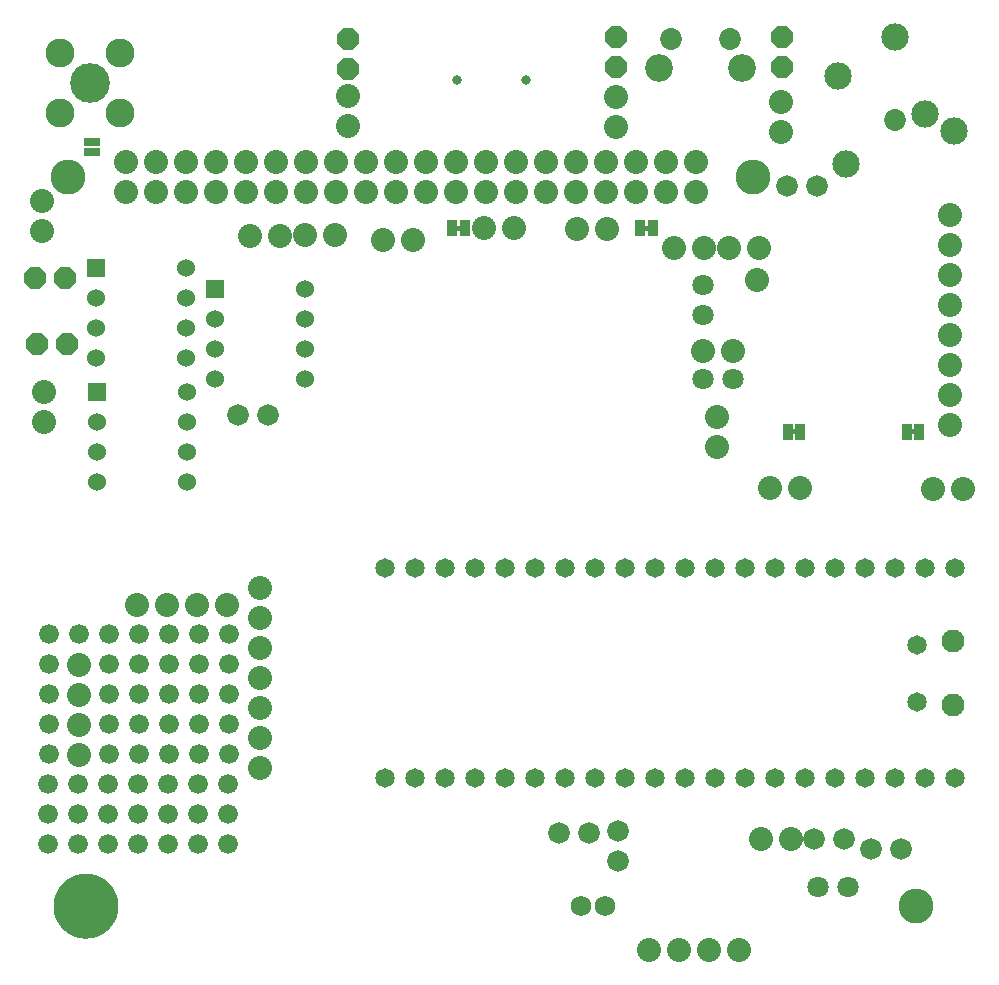
<source format=gbs>
G75*
%MOIN*%
%OFA0B0*%
%FSLAX25Y25*%
%IPPOS*%
%LPD*%
%AMOC8*
5,1,8,0,0,1.08239X$1,22.5*
%
%ADD10C,0.11624*%
%ADD11C,0.05000*%
%ADD12C,0.08000*%
%ADD13C,0.13261*%
%ADD14C,0.09600*%
%ADD15OC8,0.07200*%
%ADD16C,0.06506*%
%ADD17C,0.07687*%
%ADD18C,0.07100*%
%ADD19C,0.07200*%
%ADD20R,0.06000X0.06000*%
%ADD21C,0.06000*%
%ADD22C,0.09100*%
%ADD23C,0.03159*%
%ADD24R,0.05600X0.03100*%
%ADD25R,0.03200X0.05600*%
%ADD26C,0.00500*%
%ADD27C,0.06899*%
%ADD28C,0.09261*%
%ADD29C,0.07293*%
%ADD30C,0.06600*%
D10*
X0062220Y0049040D03*
X0056314Y0292064D03*
X0284661Y0292064D03*
X0338913Y0049040D03*
D11*
X0053831Y0049228D02*
X0053833Y0049431D01*
X0053841Y0049633D01*
X0053853Y0049835D01*
X0053871Y0050037D01*
X0053893Y0050238D01*
X0053920Y0050439D01*
X0053953Y0050639D01*
X0053990Y0050838D01*
X0054032Y0051036D01*
X0054078Y0051234D01*
X0054130Y0051429D01*
X0054186Y0051624D01*
X0054248Y0051817D01*
X0054313Y0052009D01*
X0054384Y0052199D01*
X0054459Y0052387D01*
X0054539Y0052573D01*
X0054623Y0052757D01*
X0054712Y0052939D01*
X0054806Y0053119D01*
X0054903Y0053296D01*
X0055005Y0053471D01*
X0055112Y0053644D01*
X0055222Y0053814D01*
X0055337Y0053981D01*
X0055455Y0054145D01*
X0055578Y0054306D01*
X0055705Y0054464D01*
X0055835Y0054619D01*
X0055969Y0054771D01*
X0056107Y0054919D01*
X0056249Y0055064D01*
X0056394Y0055206D01*
X0056542Y0055344D01*
X0056694Y0055478D01*
X0056849Y0055608D01*
X0057007Y0055735D01*
X0057168Y0055858D01*
X0057332Y0055976D01*
X0057499Y0056091D01*
X0057669Y0056201D01*
X0057842Y0056308D01*
X0058017Y0056410D01*
X0058194Y0056507D01*
X0058374Y0056601D01*
X0058556Y0056690D01*
X0058740Y0056774D01*
X0058926Y0056854D01*
X0059114Y0056929D01*
X0059304Y0057000D01*
X0059496Y0057065D01*
X0059689Y0057127D01*
X0059884Y0057183D01*
X0060079Y0057235D01*
X0060277Y0057281D01*
X0060475Y0057323D01*
X0060674Y0057360D01*
X0060874Y0057393D01*
X0061075Y0057420D01*
X0061276Y0057442D01*
X0061478Y0057460D01*
X0061680Y0057472D01*
X0061882Y0057480D01*
X0062085Y0057482D01*
X0062288Y0057480D01*
X0062490Y0057472D01*
X0062692Y0057460D01*
X0062894Y0057442D01*
X0063095Y0057420D01*
X0063296Y0057393D01*
X0063496Y0057360D01*
X0063695Y0057323D01*
X0063893Y0057281D01*
X0064091Y0057235D01*
X0064286Y0057183D01*
X0064481Y0057127D01*
X0064674Y0057065D01*
X0064866Y0057000D01*
X0065056Y0056929D01*
X0065244Y0056854D01*
X0065430Y0056774D01*
X0065614Y0056690D01*
X0065796Y0056601D01*
X0065976Y0056507D01*
X0066153Y0056410D01*
X0066328Y0056308D01*
X0066501Y0056201D01*
X0066671Y0056091D01*
X0066838Y0055976D01*
X0067002Y0055858D01*
X0067163Y0055735D01*
X0067321Y0055608D01*
X0067476Y0055478D01*
X0067628Y0055344D01*
X0067776Y0055206D01*
X0067921Y0055064D01*
X0068063Y0054919D01*
X0068201Y0054771D01*
X0068335Y0054619D01*
X0068465Y0054464D01*
X0068592Y0054306D01*
X0068715Y0054145D01*
X0068833Y0053981D01*
X0068948Y0053814D01*
X0069058Y0053644D01*
X0069165Y0053471D01*
X0069267Y0053296D01*
X0069364Y0053119D01*
X0069458Y0052939D01*
X0069547Y0052757D01*
X0069631Y0052573D01*
X0069711Y0052387D01*
X0069786Y0052199D01*
X0069857Y0052009D01*
X0069922Y0051817D01*
X0069984Y0051624D01*
X0070040Y0051429D01*
X0070092Y0051234D01*
X0070138Y0051036D01*
X0070180Y0050838D01*
X0070217Y0050639D01*
X0070250Y0050439D01*
X0070277Y0050238D01*
X0070299Y0050037D01*
X0070317Y0049835D01*
X0070329Y0049633D01*
X0070337Y0049431D01*
X0070339Y0049228D01*
X0070337Y0049025D01*
X0070329Y0048823D01*
X0070317Y0048621D01*
X0070299Y0048419D01*
X0070277Y0048218D01*
X0070250Y0048017D01*
X0070217Y0047817D01*
X0070180Y0047618D01*
X0070138Y0047420D01*
X0070092Y0047222D01*
X0070040Y0047027D01*
X0069984Y0046832D01*
X0069922Y0046639D01*
X0069857Y0046447D01*
X0069786Y0046257D01*
X0069711Y0046069D01*
X0069631Y0045883D01*
X0069547Y0045699D01*
X0069458Y0045517D01*
X0069364Y0045337D01*
X0069267Y0045160D01*
X0069165Y0044985D01*
X0069058Y0044812D01*
X0068948Y0044642D01*
X0068833Y0044475D01*
X0068715Y0044311D01*
X0068592Y0044150D01*
X0068465Y0043992D01*
X0068335Y0043837D01*
X0068201Y0043685D01*
X0068063Y0043537D01*
X0067921Y0043392D01*
X0067776Y0043250D01*
X0067628Y0043112D01*
X0067476Y0042978D01*
X0067321Y0042848D01*
X0067163Y0042721D01*
X0067002Y0042598D01*
X0066838Y0042480D01*
X0066671Y0042365D01*
X0066501Y0042255D01*
X0066328Y0042148D01*
X0066153Y0042046D01*
X0065976Y0041949D01*
X0065796Y0041855D01*
X0065614Y0041766D01*
X0065430Y0041682D01*
X0065244Y0041602D01*
X0065056Y0041527D01*
X0064866Y0041456D01*
X0064674Y0041391D01*
X0064481Y0041329D01*
X0064286Y0041273D01*
X0064091Y0041221D01*
X0063893Y0041175D01*
X0063695Y0041133D01*
X0063496Y0041096D01*
X0063296Y0041063D01*
X0063095Y0041036D01*
X0062894Y0041014D01*
X0062692Y0040996D01*
X0062490Y0040984D01*
X0062288Y0040976D01*
X0062085Y0040974D01*
X0061882Y0040976D01*
X0061680Y0040984D01*
X0061478Y0040996D01*
X0061276Y0041014D01*
X0061075Y0041036D01*
X0060874Y0041063D01*
X0060674Y0041096D01*
X0060475Y0041133D01*
X0060277Y0041175D01*
X0060079Y0041221D01*
X0059884Y0041273D01*
X0059689Y0041329D01*
X0059496Y0041391D01*
X0059304Y0041456D01*
X0059114Y0041527D01*
X0058926Y0041602D01*
X0058740Y0041682D01*
X0058556Y0041766D01*
X0058374Y0041855D01*
X0058194Y0041949D01*
X0058017Y0042046D01*
X0057842Y0042148D01*
X0057669Y0042255D01*
X0057499Y0042365D01*
X0057332Y0042480D01*
X0057168Y0042598D01*
X0057007Y0042721D01*
X0056849Y0042848D01*
X0056694Y0042978D01*
X0056542Y0043112D01*
X0056394Y0043250D01*
X0056249Y0043392D01*
X0056107Y0043537D01*
X0055969Y0043685D01*
X0055835Y0043837D01*
X0055705Y0043992D01*
X0055578Y0044150D01*
X0055455Y0044311D01*
X0055337Y0044475D01*
X0055222Y0044642D01*
X0055112Y0044812D01*
X0055005Y0044985D01*
X0054903Y0045160D01*
X0054806Y0045337D01*
X0054712Y0045517D01*
X0054623Y0045699D01*
X0054539Y0045883D01*
X0054459Y0046069D01*
X0054384Y0046257D01*
X0054313Y0046447D01*
X0054248Y0046639D01*
X0054186Y0046832D01*
X0054130Y0047027D01*
X0054078Y0047222D01*
X0054032Y0047420D01*
X0053990Y0047618D01*
X0053953Y0047817D01*
X0053920Y0048017D01*
X0053893Y0048218D01*
X0053871Y0048419D01*
X0053853Y0048621D01*
X0053841Y0048823D01*
X0053833Y0049025D01*
X0053831Y0049228D01*
D12*
X0059835Y0099628D03*
X0059835Y0109628D03*
X0059835Y0119628D03*
X0059835Y0129628D03*
X0079135Y0149628D03*
X0089135Y0149628D03*
X0099135Y0149628D03*
X0109135Y0149628D03*
X0120235Y0145128D03*
X0120235Y0135128D03*
X0120235Y0125128D03*
X0120235Y0115128D03*
X0120235Y0105128D03*
X0120235Y0095128D03*
X0120235Y0155128D03*
X0048335Y0210528D03*
X0048335Y0220528D03*
X0047735Y0274128D03*
X0047735Y0284128D03*
X0075645Y0287064D03*
X0085645Y0287064D03*
X0085645Y0297064D03*
X0075645Y0297064D03*
X0095645Y0297064D03*
X0105645Y0297064D03*
X0115645Y0297064D03*
X0125645Y0297064D03*
X0135645Y0297064D03*
X0145645Y0297064D03*
X0155645Y0297064D03*
X0165645Y0297064D03*
X0175645Y0297064D03*
X0185645Y0297064D03*
X0195645Y0297064D03*
X0205645Y0297064D03*
X0215645Y0297064D03*
X0225645Y0297064D03*
X0235645Y0297064D03*
X0245645Y0297064D03*
X0255645Y0297064D03*
X0265645Y0297064D03*
X0265645Y0287064D03*
X0255645Y0287064D03*
X0245645Y0287064D03*
X0235645Y0287064D03*
X0225645Y0287064D03*
X0215645Y0287064D03*
X0205645Y0287064D03*
X0195645Y0287064D03*
X0185645Y0287064D03*
X0175645Y0287064D03*
X0165645Y0287064D03*
X0155645Y0287064D03*
X0145645Y0287064D03*
X0135645Y0287064D03*
X0125645Y0287064D03*
X0115645Y0287064D03*
X0105645Y0287064D03*
X0095645Y0287064D03*
X0116835Y0272628D03*
X0126835Y0272628D03*
X0135135Y0272728D03*
X0145135Y0272728D03*
X0161135Y0271228D03*
X0171135Y0271228D03*
X0195035Y0275028D03*
X0205035Y0275028D03*
X0226035Y0274728D03*
X0236035Y0274728D03*
X0258335Y0268628D03*
X0268335Y0268628D03*
X0276635Y0268528D03*
X0286635Y0268528D03*
X0285935Y0257828D03*
X0277835Y0234228D03*
X0267835Y0234228D03*
X0272735Y0212028D03*
X0272735Y0202028D03*
X0290435Y0188528D03*
X0300435Y0188528D03*
X0344635Y0188128D03*
X0354635Y0188128D03*
X0350135Y0209428D03*
X0350135Y0219428D03*
X0350135Y0229428D03*
X0350135Y0239428D03*
X0350135Y0249428D03*
X0350135Y0259428D03*
X0350135Y0269428D03*
X0350135Y0279428D03*
X0293785Y0307028D03*
X0293785Y0317028D03*
X0238935Y0318828D03*
X0238935Y0308828D03*
X0149535Y0309278D03*
X0149535Y0319278D03*
X0287335Y0071628D03*
X0297335Y0071628D03*
X0280035Y0034628D03*
X0270035Y0034628D03*
X0260035Y0034628D03*
X0250035Y0034628D03*
D13*
X0063627Y0323334D03*
D14*
X0053627Y0333334D03*
X0053627Y0313334D03*
X0073627Y0313334D03*
X0073627Y0333334D03*
D15*
X0055435Y0258528D03*
X0045435Y0258528D03*
X0045835Y0236428D03*
X0055835Y0236428D03*
X0149635Y0328178D03*
X0149635Y0338178D03*
X0238885Y0338728D03*
X0238885Y0328728D03*
X0294235Y0328828D03*
X0294235Y0338828D03*
D16*
X0291835Y0161728D03*
X0281835Y0161728D03*
X0271835Y0161728D03*
X0261835Y0161728D03*
X0251835Y0161728D03*
X0241835Y0161728D03*
X0231835Y0161728D03*
X0221835Y0161728D03*
X0211835Y0161728D03*
X0201835Y0161728D03*
X0191835Y0161728D03*
X0181835Y0161728D03*
X0171835Y0161728D03*
X0161835Y0161728D03*
X0161835Y0091728D03*
X0171835Y0091728D03*
X0181835Y0091728D03*
X0191835Y0091728D03*
X0201835Y0091728D03*
X0211835Y0091728D03*
X0221835Y0091728D03*
X0231835Y0091728D03*
X0241835Y0091728D03*
X0251835Y0091728D03*
X0261835Y0091728D03*
X0271835Y0091728D03*
X0281835Y0091728D03*
X0291835Y0091728D03*
X0301835Y0091728D03*
X0311835Y0091728D03*
X0321835Y0091728D03*
X0331835Y0091728D03*
X0341835Y0091728D03*
X0351835Y0091728D03*
X0339394Y0117180D03*
X0339394Y0136275D03*
X0341835Y0161728D03*
X0351835Y0161728D03*
X0331835Y0161728D03*
X0321835Y0161728D03*
X0311835Y0161728D03*
X0301835Y0161728D03*
D17*
X0351323Y0137456D03*
X0351323Y0115999D03*
D18*
X0316135Y0055328D03*
X0306135Y0055328D03*
X0277835Y0224728D03*
X0267835Y0224728D03*
X0267835Y0246228D03*
X0267835Y0256228D03*
D19*
X0295835Y0289028D03*
X0305835Y0289028D03*
X0122935Y0212828D03*
X0112935Y0212828D03*
X0219935Y0073628D03*
X0229935Y0073628D03*
X0239635Y0074028D03*
X0239635Y0064028D03*
X0305035Y0071628D03*
X0315035Y0071628D03*
X0324035Y0068028D03*
X0334035Y0068028D03*
D20*
X0105435Y0254928D03*
X0065735Y0261728D03*
X0065835Y0220528D03*
D21*
X0065835Y0210528D03*
X0065835Y0200528D03*
X0065835Y0190528D03*
X0095835Y0190528D03*
X0095835Y0200528D03*
X0095835Y0210528D03*
X0095835Y0220528D03*
X0105435Y0224928D03*
X0105435Y0234928D03*
X0105435Y0244928D03*
X0095735Y0241728D03*
X0095735Y0231728D03*
X0095735Y0251728D03*
X0095735Y0261728D03*
X0065735Y0251728D03*
X0065735Y0241728D03*
X0065735Y0231728D03*
X0135435Y0234928D03*
X0135435Y0244928D03*
X0135435Y0254928D03*
X0135435Y0224928D03*
D22*
X0313035Y0325828D03*
X0332035Y0338728D03*
X0341935Y0313028D03*
X0351635Y0307628D03*
X0315535Y0296528D03*
D23*
X0208813Y0324317D03*
X0186057Y0324317D03*
D24*
X0064235Y0303728D03*
X0064235Y0300528D03*
D25*
X0184385Y0275128D03*
X0188485Y0275128D03*
X0247085Y0275028D03*
X0251185Y0275028D03*
X0296285Y0207228D03*
X0300385Y0207228D03*
X0335885Y0207228D03*
X0339985Y0207228D03*
D26*
X0338685Y0207298D02*
X0337185Y0207298D01*
X0337185Y0207728D02*
X0337185Y0206728D01*
X0338685Y0206728D01*
X0338685Y0207728D01*
X0337185Y0207728D01*
X0337185Y0206799D02*
X0338685Y0206799D01*
X0299085Y0206799D02*
X0297585Y0206799D01*
X0297585Y0206728D02*
X0299085Y0206728D01*
X0299085Y0207728D01*
X0297585Y0207728D01*
X0297585Y0206728D01*
X0297585Y0207298D02*
X0299085Y0207298D01*
X0249885Y0274528D02*
X0249885Y0275528D01*
X0248385Y0275528D01*
X0248385Y0274528D01*
X0249885Y0274528D01*
X0249885Y0274597D02*
X0248385Y0274597D01*
X0248385Y0275095D02*
X0249885Y0275095D01*
X0187185Y0275095D02*
X0185685Y0275095D01*
X0185685Y0274628D02*
X0185685Y0275628D01*
X0187185Y0275628D01*
X0187185Y0274628D01*
X0185685Y0274628D01*
X0185685Y0275594D02*
X0187185Y0275594D01*
D27*
X0227298Y0049162D03*
X0235172Y0049162D03*
D28*
X0253255Y0328385D03*
X0280814Y0328385D03*
D29*
X0276877Y0338228D03*
X0257192Y0338228D03*
X0331935Y0338791D03*
X0331935Y0311232D03*
D30*
X0109935Y0139728D03*
X0099935Y0139728D03*
X0089935Y0139728D03*
X0079935Y0139728D03*
X0069935Y0139728D03*
X0059935Y0139728D03*
X0049935Y0139728D03*
X0049935Y0129728D03*
X0049935Y0119728D03*
X0049935Y0109728D03*
X0049935Y0099728D03*
X0049535Y0089828D03*
X0059535Y0089828D03*
X0069535Y0089828D03*
X0069935Y0099728D03*
X0069935Y0109728D03*
X0069935Y0119728D03*
X0069935Y0129728D03*
X0079935Y0129728D03*
X0079935Y0119728D03*
X0089935Y0119728D03*
X0089935Y0129728D03*
X0099935Y0129728D03*
X0099935Y0119728D03*
X0109935Y0119728D03*
X0109935Y0129728D03*
X0109935Y0109728D03*
X0099935Y0109728D03*
X0089935Y0109728D03*
X0079935Y0109728D03*
X0079935Y0099728D03*
X0079535Y0089828D03*
X0089535Y0089828D03*
X0089935Y0099728D03*
X0099935Y0099728D03*
X0099535Y0089828D03*
X0109535Y0089828D03*
X0109935Y0099728D03*
X0109535Y0079828D03*
X0109535Y0069828D03*
X0099535Y0069828D03*
X0099535Y0079828D03*
X0089535Y0079828D03*
X0079535Y0079828D03*
X0079535Y0069828D03*
X0089535Y0069828D03*
X0069535Y0069828D03*
X0069535Y0079828D03*
X0059535Y0079828D03*
X0049535Y0079828D03*
X0049535Y0069828D03*
X0059535Y0069828D03*
M02*

</source>
